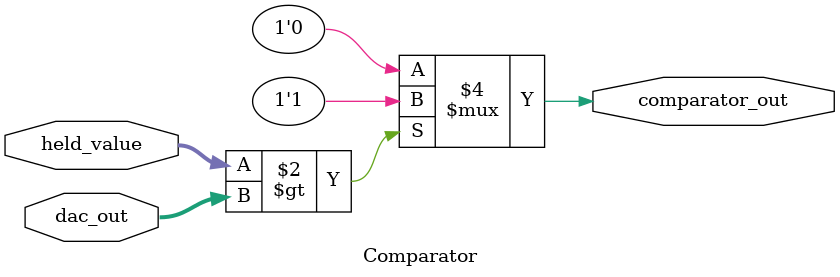
<source format=v>
module Comparator(
    input wire [15:0] held_value,
    input wire [15:0] dac_out,
    output reg comparator_out
);
 always @(*) begin
 if(held_value>dac_out) comparator_out=1'b1;
 else comparator_out=1'b0;
 end
   
endmodule
</source>
